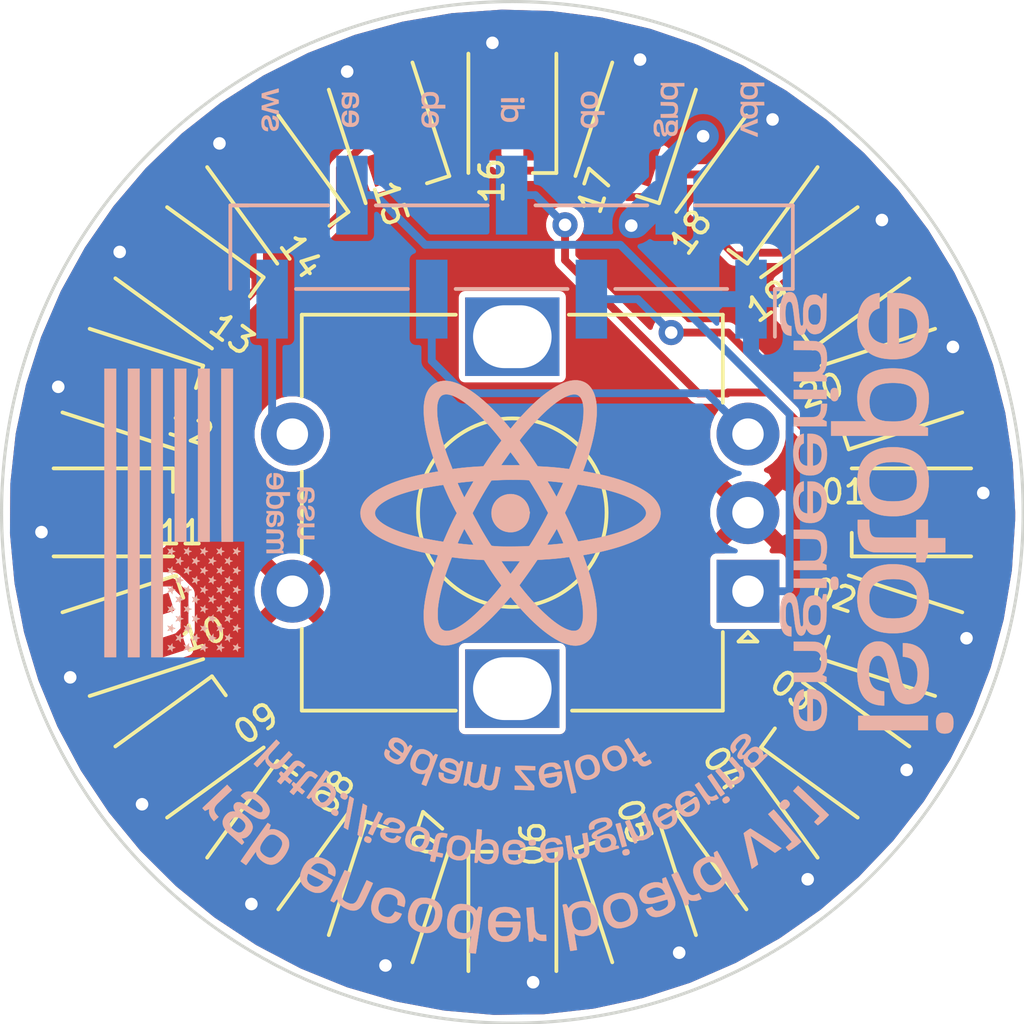
<source format=kicad_pcb>
(kicad_pcb (version 20171130) (host pcbnew "(5.1.2)-2")
  (layers (0 F.Cu signal hide) (31 B.Cu signal hide) (34 B.Paste user) (35 F.Paste user) (36 B.SilkS user hide) (37 F.SilkS user) (38 B.Mask user) (39 F.Mask user) (44 Edge.Cuts user))
  (net 0 "")
  (net 1 DIN)
  (net 2 +5V)
  (net 3 GND)
  (net 4 "Net-(D1-Pad1)")
  (net 5 "Net-(D2-Pad1)")
  (net 6 "Net-(D3-Pad1)")
  (net 7 "Net-(D4-Pad1)")
  (net 8 "Net-(D5-Pad1)")
  (net 9 "Net-(D6-Pad1)")
  (net 10 "Net-(D7-Pad1)")
  (net 11 "Net-(D8-Pad1)")
  (net 12 "Net-(D10-Pad3)")
  (net 13 "Net-(D10-Pad1)")
  (net 14 "Net-(D11-Pad1)")
  (net 15 "Net-(D12-Pad1)")
  (net 16 "Net-(D13-Pad1)")
  (net 17 "Net-(D14-Pad1)")
  (net 18 "Net-(D15-Pad1)")
  (net 19 "Net-(D16-Pad1)")
  (net 20 "Net-(D17-Pad1)")
  (net 21 "Net-(D18-Pad1)")
  (net 22 "Net-(D19-Pad1)")
  (net 23 DOUT)
  (net 24 ENC_A)
  (net 25 ENC_B)
  (net 26 SW_A)
  (module Connector_PinHeader_2.54mm:PinHeader_1x07_P2.54mm_Vertical_SMD_Pin1Left (layer B.Cu) (at 178.9684 68.453 90)
    (fp_text reference J1 hide)
    (fp_text value Conn_01x08_Female)
    (pad 6 smd rect (at 1.655 -5.08 90) (size 2.51 1) (layers B.Cu B.Paste B.Mask) (net 24 ENC_A))
    (pad 4 smd rect (at 1.655 0 90) (size 2.51 1) (layers B.Cu B.Paste B.Mask) (net 1 DIN))
    (pad 2 smd rect (at 1.655 5.08 90) (size 2.51 1) (layers B.Cu B.Paste B.Mask) (net 3 GND))
    (pad 7 smd rect (at -1.655 -7.62 90) (size 2.51 1) (layers B.Cu B.Paste B.Mask) (net 26 SW_A))
    (pad 5 smd rect (at -1.655 -2.54 90) (size 2.51 1) (layers B.Cu B.Paste B.Mask) (net 25 ENC_B))
    (pad 3 smd rect (at -1.655 2.54 90) (size 2.51 1) (layers B.Cu B.Paste B.Mask) (net 23 DOUT))
    (pad 1 smd rect (at -1.655 7.62 90) (size 2.51 1) (layers B.Cu B.Paste B.Mask) (net 2 +5V))
  )
  (module "Hardware V1:b.cu" (layer F.Cu) (at 179.0192 77.0128 270)
    (fp_text reference G*** hide)
    (fp_text value LOGO hide)
  )
  (module "Hardware V1:b.ss" (layer B.Cu) (at 179.0192 75.99426 90)
    (fp_text reference G*** hide)
    (fp_text value LOGO hide)
  )
  (module Rotary_Encoder:RotaryEncoder_Alps_EC12E-Switch_Vertical_H20mm (layer F.Cu) (at 186.49188 79.40294 180)
    (fp_text reference SW1 hide)
    (fp_text value Rotary_Encoder_Switch)
    (pad A thru_hole rect (at 0 0 180) (size 2 2) (drill 1) (layers *.Cu *.Mask) (net 24 ENC_A))
    (pad C thru_hole circle (at 0 2.5 180) (size 2 2) (drill 1) (layers *.Cu *.Mask) (net 3 GND))
    (pad B thru_hole circle (at 0 5 180) (size 2 2) (drill 1) (layers *.Cu *.Mask) (net 25 ENC_B))
    (pad MP thru_hole rect (at 7.5 -3.1 180) (size 3 2.5) (drill oval 2.5 2) (layers *.Cu *.Mask))
    (pad MP thru_hole rect (at 7.5 8.1 180) (size 3 2.5) (drill oval 2.5 2) (layers *.Cu *.Mask))
    (pad S1 thru_hole circle (at 14.5 0 180) (size 2 2) (drill 1) (layers *.Cu *.Mask) (net 3 GND))
    (pad S2 thru_hole circle (at 14.5 5 180) (size 2 2) (drill 1) (layers *.Cu *.Mask) (net 26 SW_A))
  )
  (module LED_SMD:LED_SK6805_PLCC4_2.4x2.7mm_P1.3mm (layer F.Cu) (at 191.6938 76.89342)
    (fp_text reference D1 hide)
    (fp_text value SK6805)
    (fp_text user 01 (at -2.15 -0.65) (layer F.SilkS) (effects (font (size 0.75 0.75) (thickness 0.12))))
    (pad 3 smd rect (at 1 0.65) (size 1 0.6) (layers F.Cu F.Paste F.Mask) (net 1 DIN))
    (pad 4 smd rect (at 1 -0.65) (size 1 0.6) (layers F.Cu F.Paste F.Mask) (net 2 +5V))
    (pad 2 smd rect (at -1 0.65) (size 1 0.6) (layers F.Cu F.Paste F.Mask) (net 3 GND))
    (pad 1 smd rect (at -1 -0.65) (size 1 0.6) (layers F.Cu F.Paste F.Mask) (net 4 "Net-(D1-Pad1)"))
  )
  (module LED_SMD:LED_SK6805_PLCC4_2.4x2.7mm_P1.3mm (layer F.Cu) (at 191.072217 80.817935 342)
    (fp_text reference D2 hide)
    (fp_text value SK6805)
    (fp_text user 02 (at -2.149999 -0.65 342) (layer F.SilkS) (effects (font (size 0.75 0.75) (thickness 0.12))))
    (pad 1 smd rect (at -1 -0.65 342) (size 1 0.6) (layers F.Cu F.Paste F.Mask) (net 5 "Net-(D2-Pad1)"))
    (pad 2 smd rect (at -1 0.65 342) (size 1 0.6) (layers F.Cu F.Paste F.Mask) (net 3 GND))
    (pad 4 smd rect (at 1 -0.65 342) (size 1 0.6) (layers F.Cu F.Paste F.Mask) (net 2 +5V))
    (pad 3 smd rect (at 1 0.65 342) (size 1 0.6) (layers F.Cu F.Paste F.Mask) (net 4 "Net-(D1-Pad1)"))
  )
  (module LED_SMD:LED_SK6805_PLCC4_2.4x2.7mm_P1.3mm (layer F.Cu) (at 189.268315 84.358292 324)
    (fp_text reference D3 hide)
    (fp_text value SK6805)
    (fp_text user 03 (at -2.15 -0.65 324) (layer F.SilkS) (effects (font (size 0.75 0.75) (thickness 0.12))))
    (pad 3 smd rect (at 1 0.65 324) (size 1 0.6) (layers F.Cu F.Paste F.Mask) (net 5 "Net-(D2-Pad1)"))
    (pad 4 smd rect (at 1 -0.65 324) (size 1 0.6) (layers F.Cu F.Paste F.Mask) (net 2 +5V))
    (pad 2 smd rect (at -1 0.65 324) (size 1 0.6) (layers F.Cu F.Paste F.Mask) (net 3 GND))
    (pad 1 smd rect (at -1 -0.65 324) (size 1 0.6) (layers F.Cu F.Paste F.Mask) (net 6 "Net-(D3-Pad1)"))
  )
  (module LED_SMD:LED_SK6805_PLCC4_2.4x2.7mm_P1.3mm (layer F.Cu) (at 186.458672 87.167935 306)
    (fp_text reference D4 hide)
    (fp_text value SK6805)
    (fp_text user 04 (at -2.15 -0.65 306) (layer F.SilkS) (effects (font (size 0.75 0.75) (thickness 0.12))))
    (pad 1 smd rect (at -1 -0.65 306) (size 1 0.6) (layers F.Cu F.Paste F.Mask) (net 7 "Net-(D4-Pad1)"))
    (pad 2 smd rect (at -1 0.65 306) (size 1 0.6) (layers F.Cu F.Paste F.Mask) (net 3 GND))
    (pad 4 smd rect (at 1 -0.65 306) (size 1 0.6) (layers F.Cu F.Paste F.Mask) (net 2 +5V))
    (pad 3 smd rect (at 1 0.65 306) (size 1 0.6) (layers F.Cu F.Paste F.Mask) (net 6 "Net-(D3-Pad1)"))
  )
  (module LED_SMD:LED_SK6805_PLCC4_2.4x2.7mm_P1.3mm (layer F.Cu) (at 182.918315 88.971837 288)
    (fp_text reference D5 hide)
    (fp_text value SK6805)
    (fp_text user 05 (at -2.15 -0.65 288) (layer F.SilkS) (effects (font (size 0.75 0.75) (thickness 0.12))))
    (pad 3 smd rect (at 1 0.65 288) (size 1 0.6) (layers F.Cu F.Paste F.Mask) (net 7 "Net-(D4-Pad1)"))
    (pad 4 smd rect (at 1 -0.65 288) (size 1 0.6) (layers F.Cu F.Paste F.Mask) (net 2 +5V))
    (pad 2 smd rect (at -1 0.65 288) (size 1 0.6) (layers F.Cu F.Paste F.Mask) (net 3 GND))
    (pad 1 smd rect (at -1 -0.65 288) (size 1 0.6) (layers F.Cu F.Paste F.Mask) (net 8 "Net-(D5-Pad1)"))
  )
  (module LED_SMD:LED_SK6805_PLCC4_2.4x2.7mm_P1.3mm (layer F.Cu) (at 178.9938 89.59342 270)
    (fp_text reference D6 hide)
    (fp_text value SK6805)
    (fp_text user 06 (at -2.15 -0.65 270) (layer F.SilkS) (effects (font (size 0.75 0.75) (thickness 0.12))))
    (pad 1 smd rect (at -1 -0.65 270) (size 1 0.6) (layers F.Cu F.Paste F.Mask) (net 9 "Net-(D6-Pad1)"))
    (pad 2 smd rect (at -1 0.65 270) (size 1 0.6) (layers F.Cu F.Paste F.Mask) (net 3 GND))
    (pad 4 smd rect (at 1 -0.65 270) (size 1 0.6) (layers F.Cu F.Paste F.Mask) (net 2 +5V))
    (pad 3 smd rect (at 1 0.65 270) (size 1 0.6) (layers F.Cu F.Paste F.Mask) (net 8 "Net-(D5-Pad1)"))
  )
  (module LED_SMD:LED_SK6805_PLCC4_2.4x2.7mm_P1.3mm (layer F.Cu) (at 175.069284 88.971837 252)
    (fp_text reference D7 hide)
    (fp_text value SK6805)
    (fp_text user 07 (at -2.149999 -0.65 252) (layer F.SilkS) (effects (font (size 0.75 0.75) (thickness 0.12))))
    (pad 3 smd rect (at 1 0.65 252) (size 1 0.6) (layers F.Cu F.Paste F.Mask) (net 9 "Net-(D6-Pad1)"))
    (pad 4 smd rect (at 1 -0.65 252) (size 1 0.6) (layers F.Cu F.Paste F.Mask) (net 2 +5V))
    (pad 2 smd rect (at -1 0.65 252) (size 1 0.6) (layers F.Cu F.Paste F.Mask) (net 3 GND))
    (pad 1 smd rect (at -1 -0.65 252) (size 1 0.6) (layers F.Cu F.Paste F.Mask) (net 10 "Net-(D7-Pad1)"))
  )
  (module LED_SMD:LED_SK6805_PLCC4_2.4x2.7mm_P1.3mm (layer F.Cu) (at 171.528927 87.167935 234)
    (fp_text reference D8 hide)
    (fp_text value SK6805)
    (fp_text user 08 (at -2.15 -0.65 234) (layer F.SilkS) (effects (font (size 0.75 0.75) (thickness 0.12))))
    (pad 1 smd rect (at -1 -0.65 234) (size 1 0.6) (layers F.Cu F.Paste F.Mask) (net 11 "Net-(D8-Pad1)"))
    (pad 2 smd rect (at -1 0.65 234) (size 1 0.6) (layers F.Cu F.Paste F.Mask) (net 3 GND))
    (pad 4 smd rect (at 1 -0.65 234) (size 1 0.6) (layers F.Cu F.Paste F.Mask) (net 2 +5V))
    (pad 3 smd rect (at 1 0.65 234) (size 1 0.6) (layers F.Cu F.Paste F.Mask) (net 10 "Net-(D7-Pad1)"))
  )
  (module LED_SMD:LED_SK6805_PLCC4_2.4x2.7mm_P1.3mm (layer F.Cu) (at 168.719284 84.358292 216)
    (fp_text reference D9 hide)
    (fp_text value SK6805)
    (fp_text user 09 (at -2.15 -0.65 216) (layer F.SilkS) (effects (font (size 0.75 0.75) (thickness 0.12))))
    (pad 3 smd rect (at 1 0.65 216) (size 1 0.6) (layers F.Cu F.Paste F.Mask) (net 11 "Net-(D8-Pad1)"))
    (pad 4 smd rect (at 1 -0.65 216) (size 1 0.6) (layers F.Cu F.Paste F.Mask) (net 2 +5V))
    (pad 2 smd rect (at -1 0.65 216) (size 1 0.6) (layers F.Cu F.Paste F.Mask) (net 3 GND))
    (pad 1 smd rect (at -1 -0.65 216) (size 1 0.6) (layers F.Cu F.Paste F.Mask) (net 12 "Net-(D10-Pad3)"))
  )
  (module LED_SMD:LED_SK6805_PLCC4_2.4x2.7mm_P1.3mm (layer F.Cu) (at 166.915382 80.817935 198)
    (fp_text reference D10 hide)
    (fp_text value SK6805)
    (fp_text user 10 (at -2.15 -0.65 198) (layer F.SilkS) (effects (font (size 0.75 0.75) (thickness 0.12))))
    (pad 1 smd rect (at -1 -0.65 198) (size 1 0.6) (layers F.Cu F.Paste F.Mask) (net 13 "Net-(D10-Pad1)"))
    (pad 2 smd rect (at -1 0.65 198) (size 1 0.6) (layers F.Cu F.Paste F.Mask) (net 3 GND))
    (pad 4 smd rect (at 1 -0.65 198) (size 1 0.6) (layers F.Cu F.Paste F.Mask) (net 2 +5V))
    (pad 3 smd rect (at 1 0.65 198) (size 1 0.6) (layers F.Cu F.Paste F.Mask) (net 12 "Net-(D10-Pad3)"))
  )
  (module LED_SMD:LED_SK6805_PLCC4_2.4x2.7mm_P1.3mm (layer F.Cu) (at 166.2938 76.89342 180)
    (fp_text reference D11 hide)
    (fp_text value SK6805)
    (fp_text user 11 (at -2.15 -0.65 180) (layer F.SilkS) (effects (font (size 0.75 0.75) (thickness 0.12))))
    (pad 3 smd rect (at 1 0.65 180) (size 1 0.6) (layers F.Cu F.Paste F.Mask) (net 13 "Net-(D10-Pad1)"))
    (pad 4 smd rect (at 1 -0.65 180) (size 1 0.6) (layers F.Cu F.Paste F.Mask) (net 2 +5V))
    (pad 2 smd rect (at -1 0.65 180) (size 1 0.6) (layers F.Cu F.Paste F.Mask) (net 3 GND))
    (pad 1 smd rect (at -1 -0.65 180) (size 1 0.6) (layers F.Cu F.Paste F.Mask) (net 14 "Net-(D11-Pad1)"))
  )
  (module LED_SMD:LED_SK6805_PLCC4_2.4x2.7mm_P1.3mm (layer F.Cu) (at 166.915382 72.968904 162)
    (fp_text reference D12 hide)
    (fp_text value SK6805)
    (fp_text user 12 (at -2.149999 -0.65 162) (layer F.SilkS) (effects (font (size 0.75 0.75) (thickness 0.12))))
    (pad 1 smd rect (at -1 -0.65 162) (size 1 0.6) (layers F.Cu F.Paste F.Mask) (net 15 "Net-(D12-Pad1)"))
    (pad 2 smd rect (at -1 0.65 162) (size 1 0.6) (layers F.Cu F.Paste F.Mask) (net 3 GND))
    (pad 4 smd rect (at 1 -0.65 162) (size 1 0.6) (layers F.Cu F.Paste F.Mask) (net 2 +5V))
    (pad 3 smd rect (at 1 0.65 162) (size 1 0.6) (layers F.Cu F.Paste F.Mask) (net 14 "Net-(D11-Pad1)"))
  )
  (module LED_SMD:LED_SK6805_PLCC4_2.4x2.7mm_P1.3mm (layer F.Cu) (at 168.719284 69.428547 144)
    (fp_text reference D13 hide)
    (fp_text value SK6805)
    (fp_text user 13 (at -2.15 -0.65 144) (layer F.SilkS) (effects (font (size 0.75 0.75) (thickness 0.12))))
    (pad 3 smd rect (at 1 0.65 144) (size 1 0.6) (layers F.Cu F.Paste F.Mask) (net 15 "Net-(D12-Pad1)"))
    (pad 4 smd rect (at 1 -0.65 144) (size 1 0.6) (layers F.Cu F.Paste F.Mask) (net 2 +5V))
    (pad 2 smd rect (at -1 0.65 144) (size 1 0.6) (layers F.Cu F.Paste F.Mask) (net 3 GND))
    (pad 1 smd rect (at -1 -0.65 144) (size 1 0.6) (layers F.Cu F.Paste F.Mask) (net 16 "Net-(D13-Pad1)"))
  )
  (module LED_SMD:LED_SK6805_PLCC4_2.4x2.7mm_P1.3mm (layer F.Cu) (at 171.528927 66.618904 126)
    (fp_text reference D14 hide)
    (fp_text value SK6805)
    (fp_text user 14 (at -2.15 -0.65 126) (layer F.SilkS) (effects (font (size 0.75 0.75) (thickness 0.12))))
    (pad 1 smd rect (at -1 -0.65 126) (size 1 0.6) (layers F.Cu F.Paste F.Mask) (net 17 "Net-(D14-Pad1)"))
    (pad 2 smd rect (at -1 0.65 126) (size 1 0.6) (layers F.Cu F.Paste F.Mask) (net 3 GND))
    (pad 4 smd rect (at 1 -0.65 126) (size 1 0.6) (layers F.Cu F.Paste F.Mask) (net 2 +5V))
    (pad 3 smd rect (at 1 0.65 126) (size 1 0.6) (layers F.Cu F.Paste F.Mask) (net 16 "Net-(D13-Pad1)"))
  )
  (module LED_SMD:LED_SK6805_PLCC4_2.4x2.7mm_P1.3mm (layer F.Cu) (at 175.069284 64.815002 108)
    (fp_text reference D15 hide)
    (fp_text value SK6805)
    (fp_text user 15 (at -2.15 -0.65 108) (layer F.SilkS) (effects (font (size 0.75 0.75) (thickness 0.12))))
    (pad 3 smd rect (at 1 0.65 108) (size 1 0.6) (layers F.Cu F.Paste F.Mask) (net 17 "Net-(D14-Pad1)"))
    (pad 4 smd rect (at 1 -0.65 108) (size 1 0.6) (layers F.Cu F.Paste F.Mask) (net 2 +5V))
    (pad 2 smd rect (at -1 0.65 108) (size 1 0.6) (layers F.Cu F.Paste F.Mask) (net 3 GND))
    (pad 1 smd rect (at -1 -0.65 108) (size 1 0.6) (layers F.Cu F.Paste F.Mask) (net 18 "Net-(D15-Pad1)"))
  )
  (module LED_SMD:LED_SK6805_PLCC4_2.4x2.7mm_P1.3mm (layer F.Cu) (at 178.993799 64.19342 90)
    (fp_text reference D16 hide)
    (fp_text value SK6805)
    (fp_text user 16 (at -2.15 -0.65 90) (layer F.SilkS) (effects (font (size 0.75 0.75) (thickness 0.12))))
    (pad 1 smd rect (at -1 -0.65 90) (size 1 0.6) (layers F.Cu F.Paste F.Mask) (net 19 "Net-(D16-Pad1)"))
    (pad 2 smd rect (at -1 0.65 90) (size 1 0.6) (layers F.Cu F.Paste F.Mask) (net 3 GND))
    (pad 4 smd rect (at 1 -0.65 90) (size 1 0.6) (layers F.Cu F.Paste F.Mask) (net 2 +5V))
    (pad 3 smd rect (at 1 0.65 90) (size 1 0.6) (layers F.Cu F.Paste F.Mask) (net 18 "Net-(D15-Pad1)"))
  )
  (module LED_SMD:LED_SK6805_PLCC4_2.4x2.7mm_P1.3mm (layer F.Cu) (at 182.918315 64.815002 72)
    (fp_text reference D17 hide)
    (fp_text value SK6805)
    (fp_text user 17 (at -2.149999 -0.65 72) (layer F.SilkS) (effects (font (size 0.75 0.75) (thickness 0.12))))
    (pad 3 smd rect (at 1 0.65 72) (size 1 0.6) (layers F.Cu F.Paste F.Mask) (net 19 "Net-(D16-Pad1)"))
    (pad 4 smd rect (at 1 -0.65 72) (size 1 0.6) (layers F.Cu F.Paste F.Mask) (net 2 +5V))
    (pad 2 smd rect (at -1 0.65 72) (size 1 0.6) (layers F.Cu F.Paste F.Mask) (net 3 GND))
    (pad 1 smd rect (at -1 -0.65 72) (size 1 0.6) (layers F.Cu F.Paste F.Mask) (net 20 "Net-(D17-Pad1)"))
  )
  (module LED_SMD:LED_SK6805_PLCC4_2.4x2.7mm_P1.3mm (layer F.Cu) (at 186.458672 66.618904 54)
    (fp_text reference D18 hide)
    (fp_text value SK6805)
    (fp_text user 18 (at -2.15 -0.65 54) (layer F.SilkS) (effects (font (size 0.75 0.75) (thickness 0.12))))
    (pad 1 smd rect (at -1 -0.65 54) (size 1 0.6) (layers F.Cu F.Paste F.Mask) (net 21 "Net-(D18-Pad1)"))
    (pad 2 smd rect (at -1 0.65 54) (size 1 0.6) (layers F.Cu F.Paste F.Mask) (net 3 GND))
    (pad 4 smd rect (at 1 -0.65 54) (size 1 0.6) (layers F.Cu F.Paste F.Mask) (net 2 +5V))
    (pad 3 smd rect (at 1 0.65 54) (size 1 0.6) (layers F.Cu F.Paste F.Mask) (net 20 "Net-(D17-Pad1)"))
  )
  (module LED_SMD:LED_SK6805_PLCC4_2.4x2.7mm_P1.3mm (layer F.Cu) (at 189.268315 69.428547 36)
    (fp_text reference D19 hide)
    (fp_text value SK6805)
    (fp_text user 19 (at -2.15 -0.65 36) (layer F.SilkS) (effects (font (size 0.75 0.75) (thickness 0.12))))
    (pad 3 smd rect (at 1 0.65 36) (size 1 0.6) (layers F.Cu F.Paste F.Mask) (net 21 "Net-(D18-Pad1)"))
    (pad 4 smd rect (at 1 -0.65 36) (size 1 0.6) (layers F.Cu F.Paste F.Mask) (net 2 +5V))
    (pad 2 smd rect (at -1 0.65 36) (size 1 0.6) (layers F.Cu F.Paste F.Mask) (net 3 GND))
    (pad 1 smd rect (at -1 -0.65 36) (size 1 0.6) (layers F.Cu F.Paste F.Mask) (net 22 "Net-(D19-Pad1)"))
  )
  (module LED_SMD:LED_SK6805_PLCC4_2.4x2.7mm_P1.3mm (layer F.Cu) (at 191.072217 72.968904 18)
    (fp_text reference D20 hide)
    (fp_text value SK6805)
    (fp_text user 20 (at -2.15 -0.65 18) (layer F.SilkS) (effects (font (size 0.75 0.75) (thickness 0.12))))
    (pad 1 smd rect (at -1 -0.65 18) (size 1 0.6) (layers F.Cu F.Paste F.Mask) (net 23 DOUT))
    (pad 2 smd rect (at -1 0.65 18) (size 1 0.6) (layers F.Cu F.Paste F.Mask) (net 3 GND))
    (pad 4 smd rect (at 1 -0.65 18) (size 1 0.6) (layers F.Cu F.Paste F.Mask) (net 2 +5V))
    (pad 3 smd rect (at 1 0.65 18) (size 1 0.6) (layers F.Cu F.Paste F.Mask) (net 22 "Net-(D19-Pad1)"))
  )
  (gr_circle (center 178.9938 76.89342) (end 195.2498 76.89342) (layer Edge.Cuts) (width 0.1))
  (via (at 180.6702 67.7418) (size 0.8) (drill 0.4) (layers F.Cu B.Cu) (net 1))
  (segment (start 179.7264 66.798) (end 180.6702 67.7418) (width 0.25) (layer B.Cu) (net 1))
  (segment (start 178.9684 66.798) (end 179.7264 66.798) (width 0.25) (layer B.Cu) (net 1))
  (segment (start 191.868799 76.918419) (end 192.4938 77.54342) (width 0.25) (layer F.Cu) (net 1))
  (segment (start 191.453801 75.618419) (end 191.868799 76.033417) (width 0.25) (layer F.Cu) (net 1))
  (segment (start 192.4938 77.54342) (end 192.6938 77.54342) (width 0.25) (layer F.Cu) (net 1))
  (segment (start 187.127881 73.077939) (end 189.668361 75.618419) (width 0.25) (layer F.Cu) (net 1))
  (segment (start 189.668361 75.618419) (end 191.453801 75.618419) (width 0.25) (layer F.Cu) (net 1))
  (segment (start 185.855879 73.077939) (end 187.127881 73.077939) (width 0.25) (layer F.Cu) (net 1))
  (segment (start 185.824075 73.109743) (end 185.855879 73.077939) (width 0.25) (layer F.Cu) (net 1))
  (segment (start 184.914341 73.109743) (end 185.824075 73.109743) (width 0.25) (layer F.Cu) (net 1))
  (segment (start 191.868799 76.033417) (end 191.868799 76.918419) (width 0.25) (layer F.Cu) (net 1))
  (segment (start 180.6702 68.865602) (end 184.914341 73.109743) (width 0.25) (layer F.Cu) (net 1))
  (segment (start 180.6702 67.7418) (end 180.6702 68.865602) (width 0.25) (layer F.Cu) (net 1))
  (via (at 173.736 62.865) (size 0.8) (drill 0.4) (layers F.Cu B.Cu) (net 2))
  (via (at 169.672 65.151) (size 0.8) (drill 0.4) (layers F.Cu B.Cu) (net 2))
  (via (at 166.497 68.6054) (size 0.8) (drill 0.4) (layers F.Cu B.Cu) (net 2))
  (via (at 164.5412 72.898) (size 0.8) (drill 0.4) (layers F.Cu B.Cu) (net 2))
  (via (at 164.0078 77.5208) (size 0.8) (drill 0.4) (layers F.Cu B.Cu) (net 2))
  (via (at 164.9222 82.1436) (size 0.8) (drill 0.4) (layers F.Cu B.Cu) (net 2))
  (via (at 167.2082 86.1822) (size 0.8) (drill 0.4) (layers F.Cu B.Cu) (net 2))
  (via (at 170.688 89.3572) (size 0.8) (drill 0.4) (layers F.Cu B.Cu) (net 2))
  (via (at 174.9552 91.313) (size 0.8) (drill 0.4) (layers F.Cu B.Cu) (net 2))
  (via (at 179.6542 91.8464) (size 0.8) (drill 0.4) (layers F.Cu B.Cu) (net 2))
  (via (at 184.3024 90.9066) (size 0.8) (drill 0.4) (layers F.Cu B.Cu) (net 2))
  (via (at 188.3918 88.5698) (size 0.8) (drill 0.4) (layers F.Cu B.Cu) (net 2))
  (via (at 191.5414 85.09) (size 0.8) (drill 0.4) (layers F.Cu B.Cu) (net 2))
  (via (at 193.4464 80.899) (size 0.8) (drill 0.4) (layers F.Cu B.Cu) (net 2))
  (via (at 193.9798 76.2762) (size 0.8) (drill 0.4) (layers F.Cu B.Cu) (net 2))
  (via (at 193.0146 71.628) (size 0.8) (drill 0.4) (layers F.Cu B.Cu) (net 2))
  (via (at 190.754 67.5894) (size 0.8) (drill 0.4) (layers F.Cu B.Cu) (net 2))
  (via (at 187.2742 64.389) (size 0.8) (drill 0.4) (layers F.Cu B.Cu) (net 2))
  (via (at 183.0578 62.484) (size 0.8) (drill 0.4) (layers F.Cu B.Cu) (net 2))
  (via (at 178.3588 61.9506) (size 0.8) (drill 0.4) (layers F.Cu B.Cu) (net 2))
  (segment (start 167.582065 86.1822) (end 168.292327 85.471938) (width 0.25) (layer F.Cu) (net 2))
  (segment (start 167.2082 86.1822) (end 167.582065 86.1822) (width 0.25) (layer F.Cu) (net 2))
  (segment (start 165.766726 82.1436) (end 166.165187 81.745139) (width 0.25) (layer F.Cu) (net 2))
  (segment (start 164.9222 82.1436) (end 165.766726 82.1436) (width 0.25) (layer F.Cu) (net 2))
  (segment (start 165.27118 77.5208) (end 165.2938 77.54342) (width 0.25) (layer F.Cu) (net 2))
  (segment (start 164.0078 77.5208) (end 165.27118 77.5208) (width 0.25) (layer F.Cu) (net 2))
  (segment (start 165.38339 72.898) (end 165.763464 73.278074) (width 0.25) (layer F.Cu) (net 2))
  (segment (start 164.5412 72.898) (end 165.38339 72.898) (width 0.25) (layer F.Cu) (net 2))
  (segment (start 166.766984 68.6054) (end 167.528207 69.366623) (width 0.25) (layer F.Cu) (net 2))
  (segment (start 166.497 68.6054) (end 166.766984 68.6054) (width 0.25) (layer F.Cu) (net 2))
  (segment (start 169.672 65.448666) (end 170.415281 66.191947) (width 0.25) (layer F.Cu) (net 2))
  (segment (start 169.672 65.151) (end 169.672 65.448666) (width 0.25) (layer F.Cu) (net 2))
  (segment (start 173.736 63.658727) (end 174.14208 64.064807) (width 0.25) (layer F.Cu) (net 2))
  (segment (start 173.736 62.865) (end 173.736 63.658727) (width 0.25) (layer F.Cu) (net 2))
  (segment (start 178.3588 63.178419) (end 178.343799 63.19342) (width 0.25) (layer F.Cu) (net 2))
  (segment (start 178.3588 61.9506) (end 178.3588 63.178419) (width 0.25) (layer F.Cu) (net 2))
  (segment (start 183.0578 63.214429) (end 182.609145 63.663084) (width 0.25) (layer F.Cu) (net 2))
  (segment (start 183.0578 62.484) (end 183.0578 63.214429) (width 0.25) (layer F.Cu) (net 2))
  (segment (start 187.2742 64.389) (end 187.2742 64.674223) (width 0.25) (layer F.Cu) (net 2))
  (segment (start 190.420773 67.5894) (end 189.695272 68.314901) (width 0.25) (layer F.Cu) (net 2))
  (segment (start 190.754 67.5894) (end 190.420773 67.5894) (width 0.25) (layer F.Cu) (net 2))
  (segment (start 192.236112 71.628) (end 191.822412 72.0417) (width 0.25) (layer F.Cu) (net 2))
  (segment (start 193.0146 71.628) (end 192.236112 71.628) (width 0.25) (layer F.Cu) (net 2))
  (segment (start 192.72658 76.2762) (end 192.6938 76.24342) (width 0.25) (layer F.Cu) (net 2))
  (segment (start 193.9798 76.2762) (end 192.72658 76.2762) (width 0.25) (layer F.Cu) (net 2))
  (segment (start 192.61437 80.899) (end 192.224135 80.508765) (width 0.25) (layer F.Cu) (net 2))
  (segment (start 193.4464 80.899) (end 192.61437 80.899) (width 0.25) (layer F.Cu) (net 2))
  (segment (start 191.129176 85.09) (end 190.459392 84.420216) (width 0.25) (layer F.Cu) (net 2))
  (segment (start 191.5414 85.09) (end 191.129176 85.09) (width 0.25) (layer F.Cu) (net 2))
  (segment (start 188.3918 88.414374) (end 187.572318 87.594892) (width 0.25) (layer F.Cu) (net 2))
  (segment (start 188.3918 88.5698) (end 188.3918 88.414374) (width 0.25) (layer F.Cu) (net 2))
  (segment (start 184.3024 90.178913) (end 183.845519 89.722032) (width 0.25) (layer F.Cu) (net 2))
  (segment (start 184.3024 90.9066) (end 184.3024 90.178913) (width 0.25) (layer F.Cu) (net 2))
  (segment (start 179.6542 90.60382) (end 179.6438 90.59342) (width 0.25) (layer F.Cu) (net 2))
  (segment (start 179.6542 91.8464) (end 179.6542 90.60382) (width 0.25) (layer F.Cu) (net 2))
  (segment (start 174.9552 90.547009) (end 175.378454 90.123755) (width 0.25) (layer F.Cu) (net 2))
  (segment (start 174.9552 91.313) (end 174.9552 90.547009) (width 0.25) (layer F.Cu) (net 2))
  (segment (start 170.688 89.138015) (end 171.467003 88.359012) (width 0.25) (layer F.Cu) (net 2))
  (segment (start 170.688 89.3572) (end 170.688 89.138015) (width 0.25) (layer F.Cu) (net 2))
  (segment (start 187.2742 64.674223) (end 186.520596 65.427827) (width 0.25) (layer F.Cu) (net 2))
  (via (at 185.0644 64.9224) (size 0.8) (drill 0.4) (layers F.Cu B.Cu) (net 3))
  (via (at 182.7784 67.7672) (size 0.8) (drill 0.4) (layers F.Cu B.Cu) (net 3))
  (segment (start 184.0484 66.798) (end 183.7476 66.798) (width 0.25) (layer B.Cu) (net 3))
  (segment (start 183.7476 66.798) (end 182.881141 67.664459) (width 1) (layer B.Cu) (net 3))
  (segment (start 184.0484 65.9384) (end 185.0644 64.9224) (width 1) (layer B.Cu) (net 3))
  (segment (start 184.0484 66.798) (end 184.0484 65.9384) (width 1) (layer B.Cu) (net 3))
  (segment (start 190.4938 76.24342) (end 190.6938 76.24342) (width 0.25) (layer F.Cu) (net 4))
  (segment (start 189.868799 76.868421) (end 190.4938 76.24342) (width 0.25) (layer F.Cu) (net 4))
  (segment (start 189.868799 78.103421) (end 189.868799 76.868421) (width 0.25) (layer F.Cu) (net 4))
  (segment (start 191.215265 79.449887) (end 189.868799 78.103421) (width 0.25) (layer F.Cu) (net 4))
  (segment (start 191.215265 80.722554) (end 191.215265 79.449887) (width 0.25) (layer F.Cu) (net 4))
  (segment (start 191.822412 81.329701) (end 191.215265 80.722554) (width 0.25) (layer F.Cu) (net 4))
  (segment (start 191.822412 81.745139) (end 191.822412 81.329701) (width 0.25) (layer F.Cu) (net 4))
  (segment (start 189.696292 79.890731) (end 190.322022 79.890731) (width 0.25) (layer F.Cu) (net 5))
  (segment (start 189.027056 80.559967) (end 189.696292 79.890731) (width 0.25) (layer F.Cu) (net 5))
  (segment (start 189.027056 81.392538) (end 189.027056 80.559967) (width 0.25) (layer F.Cu) (net 5))
  (segment (start 189.747212 82.112694) (end 189.027056 81.392538) (width 0.25) (layer F.Cu) (net 5))
  (segment (start 189.747212 83.563198) (end 189.747212 82.112694) (width 0.25) (layer F.Cu) (net 5))
  (segment (start 189.553538 83.756872) (end 189.747212 83.563198) (width 0.25) (layer F.Cu) (net 5))
  (segment (start 189.553538 84.503652) (end 189.553538 83.756872) (width 0.25) (layer F.Cu) (net 5))
  (segment (start 189.695272 84.645386) (end 189.553538 84.503652) (width 0.25) (layer F.Cu) (net 5))
  (segment (start 189.695272 85.471938) (end 189.695272 84.645386) (width 0.25) (layer F.Cu) (net 5))
  (segment (start 188.230969 83.244646) (end 188.841358 83.244646) (width 0.25) (layer F.Cu) (net 6))
  (segment (start 187.171384 84.379804) (end 187.171384 83.977816) (width 0.25) (layer F.Cu) (net 6))
  (segment (start 187.2996 84.50802) (end 187.171384 84.379804) (width 0.25) (layer F.Cu) (net 6))
  (segment (start 187.2996 86.6394) (end 187.2996 84.50802) (width 0.25) (layer F.Cu) (net 6))
  (segment (start 187.904554 83.244646) (end 188.230969 83.244646) (width 0.25) (layer F.Cu) (net 6))
  (segment (start 186.71071 87.22829) (end 187.2996 86.6394) (width 0.25) (layer F.Cu) (net 6))
  (segment (start 186.71071 88.168898) (end 186.71071 87.22829) (width 0.25) (layer F.Cu) (net 6))
  (segment (start 187.171384 83.977816) (end 187.904554 83.244646) (width 0.25) (layer F.Cu) (net 6))
  (segment (start 186.520596 88.359012) (end 186.71071 88.168898) (width 0.25) (layer F.Cu) (net 6))
  (segment (start 185.968078 85.548188) (end 186.396748 85.976858) (width 0.25) (layer F.Cu) (net 7))
  (segment (start 185.31341 85.548188) (end 185.968078 85.548188) (width 0.25) (layer F.Cu) (net 7))
  (segment (start 183.616524 88.713162) (end 184.483418 87.846268) (width 0.25) (layer F.Cu) (net 7))
  (segment (start 184.483418 87.846268) (end 184.483418 86.37818) (width 0.25) (layer F.Cu) (net 7))
  (segment (start 183.397038 88.713162) (end 183.616524 88.713162) (width 0.25) (layer F.Cu) (net 7))
  (segment (start 182.917935 89.192265) (end 183.397038 88.713162) (width 0.25) (layer F.Cu) (net 7))
  (segment (start 182.917935 89.814965) (end 182.917935 89.192265) (width 0.25) (layer F.Cu) (net 7))
  (segment (start 184.483418 86.37818) (end 185.31341 85.548188) (width 0.25) (layer F.Cu) (net 7))
  (segment (start 182.609145 90.123755) (end 182.917935 89.814965) (width 0.25) (layer F.Cu) (net 7))
  (segment (start 182.759973 87.352407) (end 183.227485 87.819919) (width 0.25) (layer F.Cu) (net 8))
  (segment (start 182.735965 87.328399) (end 182.759973 87.352407) (width 0.25) (layer F.Cu) (net 8))
  (segment (start 181.602072 87.328399) (end 182.735965 87.328399) (width 0.25) (layer F.Cu) (net 8))
  (segment (start 181.226276 87.704195) (end 181.602072 87.328399) (width 0.25) (layer F.Cu) (net 8))
  (segment (start 180.203801 89.418421) (end 181.226276 88.395946) (width 0.25) (layer F.Cu) (net 8))
  (segment (start 179.318799 89.418421) (end 180.203801 89.418421) (width 0.25) (layer F.Cu) (net 8))
  (segment (start 178.3438 90.39342) (end 179.318799 89.418421) (width 0.25) (layer F.Cu) (net 8))
  (segment (start 181.226276 88.395946) (end 181.226276 87.704195) (width 0.25) (layer F.Cu) (net 8))
  (segment (start 178.3438 90.59342) (end 178.3438 90.39342) (width 0.25) (layer F.Cu) (net 8))
  (segment (start 179.6438 88.39342) (end 179.6438 88.59342) (width 0.25) (layer F.Cu) (net 9))
  (segment (start 179.018799 87.768419) (end 179.6438 88.39342) (width 0.25) (layer F.Cu) (net 9))
  (segment (start 177.783799 87.768419) (end 179.018799 87.768419) (width 0.25) (layer F.Cu) (net 9))
  (segment (start 176.437333 89.114885) (end 177.783799 87.768419) (width 0.25) (layer F.Cu) (net 9))
  (segment (start 174.749227 89.114885) (end 176.437333 89.114885) (width 0.25) (layer F.Cu) (net 9))
  (segment (start 174.14208 89.722032) (end 174.749227 89.114885) (width 0.25) (layer F.Cu) (net 9))
  (segment (start 175.996488 87.595912) (end 175.996488 88.221642) (width 0.25) (layer F.Cu) (net 10))
  (segment (start 175.327252 86.926676) (end 175.996488 87.595912) (width 0.25) (layer F.Cu) (net 10))
  (segment (start 174.494681 86.926676) (end 175.327252 86.926676) (width 0.25) (layer F.Cu) (net 10))
  (segment (start 173.774525 87.646832) (end 174.494681 86.926676) (width 0.25) (layer F.Cu) (net 10))
  (segment (start 172.324021 87.646832) (end 173.774525 87.646832) (width 0.25) (layer F.Cu) (net 10))
  (segment (start 172.103989 87.4268) (end 172.324021 87.646832) (width 0.25) (layer F.Cu) (net 10))
  (segment (start 171.054193 87.4268) (end 172.103989 87.4268) (width 0.25) (layer F.Cu) (net 10))
  (segment (start 170.886101 87.594892) (end 171.054193 87.4268) (width 0.25) (layer F.Cu) (net 10))
  (segment (start 170.415281 87.594892) (end 170.886101 87.594892) (width 0.25) (layer F.Cu) (net 10))
  (segment (start 172.642573 86.130589) (end 172.642573 86.740978) (width 0.25) (layer F.Cu) (net 11))
  (segment (start 172.642573 85.804174) (end 172.642573 86.130589) (width 0.25) (layer F.Cu) (net 11))
  (segment (start 171.909403 85.071004) (end 172.642573 85.804174) (width 0.25) (layer F.Cu) (net 11))
  (segment (start 171.420443 85.157976) (end 171.507415 85.071004) (width 0.25) (layer F.Cu) (net 11))
  (segment (start 171.507415 85.071004) (end 171.909403 85.071004) (width 0.25) (layer F.Cu) (net 11))
  (segment (start 169.547563 85.157976) (end 171.420443 85.157976) (width 0.25) (layer F.Cu) (net 11))
  (segment (start 168.809803 84.420216) (end 169.547563 85.157976) (width 0.25) (layer F.Cu) (net 11))
  (segment (start 167.528207 84.420216) (end 168.809803 84.420216) (width 0.25) (layer F.Cu) (net 11))
  (segment (start 170.339031 83.21303) (end 170.339031 83.867698) (width 0.25) (layer F.Cu) (net 12))
  (segment (start 169.509039 82.383038) (end 170.339031 83.21303) (width 0.25) (layer F.Cu) (net 12))
  (segment (start 168.040951 82.383038) (end 169.509039 82.383038) (width 0.25) (layer F.Cu) (net 12))
  (segment (start 167.174057 81.516144) (end 168.040951 82.383038) (width 0.25) (layer F.Cu) (net 12))
  (segment (start 170.339031 83.867698) (end 169.910361 84.296368) (width 0.25) (layer F.Cu) (net 12))
  (segment (start 167.174057 81.423657) (end 167.174057 81.516144) (width 0.25) (layer F.Cu) (net 12))
  (segment (start 166.567955 80.817555) (end 167.174057 81.423657) (width 0.25) (layer F.Cu) (net 12))
  (segment (start 166.072254 80.817555) (end 166.567955 80.817555) (width 0.25) (layer F.Cu) (net 12))
  (segment (start 165.763464 80.508765) (end 166.072254 80.817555) (width 0.25) (layer F.Cu) (net 12))
  (segment (start 168.55882 80.635585) (end 168.534812 80.659593) (width 0.25) (layer F.Cu) (net 13))
  (segment (start 168.534812 80.659593) (end 168.0673 81.127105) (width 0.25) (layer F.Cu) (net 13))
  (segment (start 167.491274 79.125896) (end 168.183024 79.125896) (width 0.25) (layer F.Cu) (net 13))
  (segment (start 168.55882 79.501692) (end 168.55882 80.635585) (width 0.25) (layer F.Cu) (net 13))
  (segment (start 166.468799 78.103421) (end 167.491274 79.125896) (width 0.25) (layer F.Cu) (net 13))
  (segment (start 168.183024 79.125896) (end 168.55882 79.501692) (width 0.25) (layer F.Cu) (net 13))
  (segment (start 166.468799 77.218419) (end 166.468799 78.103421) (width 0.25) (layer F.Cu) (net 13))
  (segment (start 165.4938 76.24342) (end 166.468799 77.218419) (width 0.25) (layer F.Cu) (net 13))
  (segment (start 165.2938 76.24342) (end 165.4938 76.24342) (width 0.25) (layer F.Cu) (net 13))
  (segment (start 167.4938 77.54342) (end 167.2938 77.54342) (width 0.25) (layer F.Cu) (net 14))
  (segment (start 168.118801 76.918419) (end 167.4938 77.54342) (width 0.25) (layer F.Cu) (net 14))
  (segment (start 168.118801 75.683419) (end 168.118801 76.918419) (width 0.25) (layer F.Cu) (net 14))
  (segment (start 166.772334 74.336952) (end 168.118801 75.683419) (width 0.25) (layer F.Cu) (net 14))
  (segment (start 166.772334 72.648847) (end 166.772334 74.336952) (width 0.25) (layer F.Cu) (net 14))
  (segment (start 166.165187 72.0417) (end 166.772334 72.648847) (width 0.25) (layer F.Cu) (net 14))
  (segment (start 168.960543 73.226872) (end 168.291307 73.896108) (width 0.25) (layer F.Cu) (net 15))
  (segment (start 168.960543 72.394301) (end 168.960543 73.226872) (width 0.25) (layer F.Cu) (net 15))
  (segment (start 168.240387 71.674145) (end 168.960543 72.394301) (width 0.25) (layer F.Cu) (net 15))
  (segment (start 168.240387 70.223641) (end 168.240387 71.674145) (width 0.25) (layer F.Cu) (net 15))
  (segment (start 168.5544 69.909628) (end 168.240387 70.223641) (width 0.25) (layer F.Cu) (net 15))
  (segment (start 168.5544 69.403526) (end 168.5544 69.909628) (width 0.25) (layer F.Cu) (net 15))
  (segment (start 168.292327 69.141453) (end 168.5544 69.403526) (width 0.25) (layer F.Cu) (net 15))
  (segment (start 168.291307 73.896108) (end 167.665577 73.896108) (width 0.25) (layer F.Cu) (net 15))
  (segment (start 168.292327 68.314901) (end 168.292327 69.141453) (width 0.25) (layer F.Cu) (net 15))
  (segment (start 169.75663 70.542193) (end 169.146241 70.542193) (width 0.25) (layer F.Cu) (net 16))
  (segment (start 170.083045 70.542193) (end 169.75663 70.542193) (width 0.25) (layer F.Cu) (net 16))
  (segment (start 170.816215 69.809023) (end 170.083045 70.542193) (width 0.25) (layer F.Cu) (net 16))
  (segment (start 170.816215 69.407035) (end 170.816215 69.809023) (width 0.25) (layer F.Cu) (net 16))
  (segment (start 170.729243 69.320063) (end 170.816215 69.407035) (width 0.25) (layer F.Cu) (net 16))
  (segment (start 170.729243 67.192557) (end 170.729243 69.320063) (width 0.25) (layer F.Cu) (net 16))
  (segment (start 171.276889 66.644911) (end 170.729243 67.192557) (width 0.25) (layer F.Cu) (net 16))
  (segment (start 171.276889 65.617941) (end 171.276889 66.644911) (width 0.25) (layer F.Cu) (net 16))
  (segment (start 171.467003 65.427827) (end 171.276889 65.617941) (width 0.25) (layer F.Cu) (net 16))
  (segment (start 172.019521 68.238651) (end 171.590851 67.809981) (width 0.25) (layer F.Cu) (net 17))
  (segment (start 172.674189 68.238651) (end 172.019521 68.238651) (width 0.25) (layer F.Cu) (net 17))
  (segment (start 173.504181 67.408659) (end 172.674189 68.238651) (width 0.25) (layer F.Cu) (net 17))
  (segment (start 173.504181 65.940571) (end 173.504181 67.408659) (width 0.25) (layer F.Cu) (net 17))
  (segment (start 174.702323 65.073677) (end 174.371075 65.073677) (width 0.25) (layer F.Cu) (net 17))
  (segment (start 175.069664 64.706336) (end 174.702323 65.073677) (width 0.25) (layer F.Cu) (net 17))
  (segment (start 174.371075 65.073677) (end 173.504181 65.940571) (width 0.25) (layer F.Cu) (net 17))
  (segment (start 175.069664 63.971874) (end 175.069664 64.706336) (width 0.25) (layer F.Cu) (net 17))
  (segment (start 175.378454 63.663084) (end 175.069664 63.971874) (width 0.25) (layer F.Cu) (net 17))
  (segment (start 175.227626 66.434432) (end 174.760114 65.96692) (width 0.25) (layer F.Cu) (net 18))
  (segment (start 176.385527 66.45844) (end 175.251634 66.45844) (width 0.25) (layer F.Cu) (net 18))
  (segment (start 176.761323 66.082644) (end 176.385527 66.45844) (width 0.25) (layer F.Cu) (net 18))
  (segment (start 175.251634 66.45844) (end 175.227626 66.434432) (width 0.25) (layer F.Cu) (net 18))
  (segment (start 177.783798 64.368419) (end 176.761323 65.390894) (width 0.25) (layer F.Cu) (net 18))
  (segment (start 178.6688 64.368419) (end 177.783798 64.368419) (width 0.25) (layer F.Cu) (net 18))
  (segment (start 179.643799 63.39342) (end 178.6688 64.368419) (width 0.25) (layer F.Cu) (net 18))
  (segment (start 176.761323 65.390894) (end 176.761323 66.082644) (width 0.25) (layer F.Cu) (net 18))
  (segment (start 179.643799 63.19342) (end 179.643799 63.39342) (width 0.25) (layer F.Cu) (net 18))
  (segment (start 178.343799 65.39342) (end 178.343799 65.19342) (width 0.25) (layer F.Cu) (net 19))
  (segment (start 178.9688 66.018421) (end 178.343799 65.39342) (width 0.25) (layer F.Cu) (net 19))
  (segment (start 180.2038 66.018421) (end 178.9688 66.018421) (width 0.25) (layer F.Cu) (net 19))
  (segment (start 181.550267 64.671954) (end 180.2038 66.018421) (width 0.25) (layer F.Cu) (net 19))
  (segment (start 182.822934 64.671954) (end 181.550267 64.671954) (width 0.25) (layer F.Cu) (net 19))
  (segment (start 183.430081 64.064807) (end 182.822934 64.671954) (width 0.25) (layer F.Cu) (net 19))
  (segment (start 183.845519 64.064807) (end 183.430081 64.064807) (width 0.25) (layer F.Cu) (net 19))
  (segment (start 181.991111 66.190927) (end 181.991111 65.565197) (width 0.25) (layer F.Cu) (net 20))
  (segment (start 182.660347 66.860163) (end 181.991111 66.190927) (width 0.25) (layer F.Cu) (net 20))
  (segment (start 183.492918 66.860163) (end 182.660347 66.860163) (width 0.25) (layer F.Cu) (net 20))
  (segment (start 184.213074 66.140007) (end 183.492918 66.860163) (width 0.25) (layer F.Cu) (net 20))
  (segment (start 185.663578 66.140007) (end 184.213074 66.140007) (width 0.25) (layer F.Cu) (net 20))
  (segment (start 185.857252 66.333681) (end 185.663578 66.140007) (width 0.25) (layer F.Cu) (net 20))
  (segment (start 186.604032 66.333681) (end 185.857252 66.333681) (width 0.25) (layer F.Cu) (net 20))
  (segment (start 186.745766 66.191947) (end 186.604032 66.333681) (width 0.25) (layer F.Cu) (net 20))
  (segment (start 187.572318 66.191947) (end 186.745766 66.191947) (width 0.25) (layer F.Cu) (net 20))
  (segment (start 185.345026 67.65625) (end 185.345026 67.045861) (width 0.25) (layer F.Cu) (net 21))
  (segment (start 186.078196 68.715835) (end 185.345026 67.982665) (width 0.25) (layer F.Cu) (net 21))
  (segment (start 186.480184 68.715835) (end 186.078196 68.715835) (width 0.25) (layer F.Cu) (net 21))
  (segment (start 186.567156 68.628863) (end 186.480184 68.715835) (width 0.25) (layer F.Cu) (net 21))
  (segment (start 188.440036 68.628863) (end 186.567156 68.628863) (width 0.25) (layer F.Cu) (net 21))
  (segment (start 189.177796 69.366623) (end 188.440036 68.628863) (width 0.25) (layer F.Cu) (net 21))
  (segment (start 185.345026 67.982665) (end 185.345026 67.65625) (width 0.25) (layer F.Cu) (net 21))
  (segment (start 190.459392 69.366623) (end 189.177796 69.366623) (width 0.25) (layer F.Cu) (net 21))
  (segment (start 187.648568 69.919141) (end 188.077238 69.490471) (width 0.25) (layer F.Cu) (net 22))
  (segment (start 188.47856 71.403801) (end 187.648568 70.573809) (width 0.25) (layer F.Cu) (net 22))
  (segment (start 189.946648 71.403801) (end 188.47856 71.403801) (width 0.25) (layer F.Cu) (net 22))
  (segment (start 190.813542 72.270695) (end 189.946648 71.403801) (width 0.25) (layer F.Cu) (net 22))
  (segment (start 190.813542 72.315112) (end 190.813542 72.270695) (width 0.25) (layer F.Cu) (net 22))
  (segment (start 187.648568 70.573809) (end 187.648568 69.919141) (width 0.25) (layer F.Cu) (net 22))
  (segment (start 191.467714 72.969284) (end 190.813542 72.315112) (width 0.25) (layer F.Cu) (net 22))
  (segment (start 191.915345 72.969284) (end 191.467714 72.969284) (width 0.25) (layer F.Cu) (net 22))
  (segment (start 192.224135 73.278074) (end 191.915345 72.969284) (width 0.25) (layer F.Cu) (net 22))
  (via (at 184.0484 71.1708) (size 0.8) (drill 0.4) (layers F.Cu B.Cu) (net 23))
  (segment (start 182.9856 70.108) (end 184.0484 71.1708) (width 0.25) (layer B.Cu) (net 23))
  (segment (start 181.5084 70.108) (end 182.9856 70.108) (width 0.25) (layer B.Cu) (net 23))
  (segment (start 189.294569 72.659734) (end 189.920299 72.659734) (width 0.25) (layer F.Cu) (net 23))
  (segment (start 187.346086 72.659734) (end 189.294569 72.659734) (width 0.25) (layer F.Cu) (net 23))
  (segment (start 185.857152 71.1708) (end 187.346086 72.659734) (width 0.25) (layer F.Cu) (net 23))
  (segment (start 184.0484 71.1708) (end 185.857152 71.1708) (width 0.25) (layer F.Cu) (net 23))
  (segment (start 174.6384 66.798) (end 173.8884 66.798) (width 0.25) (layer B.Cu) (net 24))
  (segment (start 176.218401 68.378001) (end 174.6384 66.798) (width 0.25) (layer B.Cu) (net 24))
  (segment (start 182.427943 68.378001) (end 176.218401 68.378001) (width 0.25) (layer B.Cu) (net 24))
  (segment (start 187.816881 73.766939) (end 182.427943 68.378001) (width 0.25) (layer B.Cu) (net 24))
  (segment (start 187.816881 79.327939) (end 187.816881 73.766939) (width 0.25) (layer B.Cu) (net 24))
  (segment (start 187.74188 79.40294) (end 187.816881 79.327939) (width 0.25) (layer B.Cu) (net 24))
  (segment (start 186.49188 79.40294) (end 187.74188 79.40294) (width 0.25) (layer B.Cu) (net 24))
  (segment (start 185.19014 73.1012) (end 186.49188 74.40294) (width 0.25) (layer B.Cu) (net 25))
  (segment (start 177.455138 73.1012) (end 185.19014 73.1012) (width 0.25) (layer B.Cu) (net 25))
  (segment (start 176.4284 70.108) (end 176.4284 72.074462) (width 0.25) (layer B.Cu) (net 25))
  (segment (start 176.4284 72.074462) (end 177.455138 73.1012) (width 0.25) (layer B.Cu) (net 25))
  (segment (start 171.3484 73.75946) (end 171.99188 74.40294) (width 0.25) (layer B.Cu) (net 26))
  (segment (start 171.3484 70.108) (end 171.3484 73.75946) (width 0.25) (layer B.Cu) (net 26))
  (zone (net 3) (net_name GND) (layer F.Cu) (connect_pads (clearance 0.2032)) (min_thickness 0.1524) (fill yes (arc_segments 32) (thermal_gap 0.4) (thermal_bridge_width 0.508))
    (polygon (pts (xy 160.8836 59.9948) (xy 196.4436 59.9948) (xy 196.4436 93.0148) (xy 160.8836 93.0148)))
  )
  (zone (net 2) (net_name +5V) (layer B.Cu) (connect_pads (clearance 0.2032)) (min_thickness 0.1524) (fill yes (arc_segments 32) (thermal_gap 0.508) (thermal_bridge_width 0.508))
    (polygon (pts (xy 196.9008 60.0225) (xy 161.3408 60.0225) (xy 161.3408 93.5505) (xy 196.9008 93.5505)))
  )
  (zone (net 0) (net_name "") (layer B.Cu) (connect_pads (clearance 0.2032)) (min_thickness 0.254)
    (keepout (tracks allowed) (vias allowed) (copperpour not_allowed))
    (fill (arc_segments 32) (thermal_gap 0.508) (thermal_bridge_width 0.508))
    (polygon (pts (xy 167.8686 77.8256) (xy 170.4594 77.8256) (xy 170.4594 81.5086) (xy 167.8686 81.5086)))
  )
)
</source>
